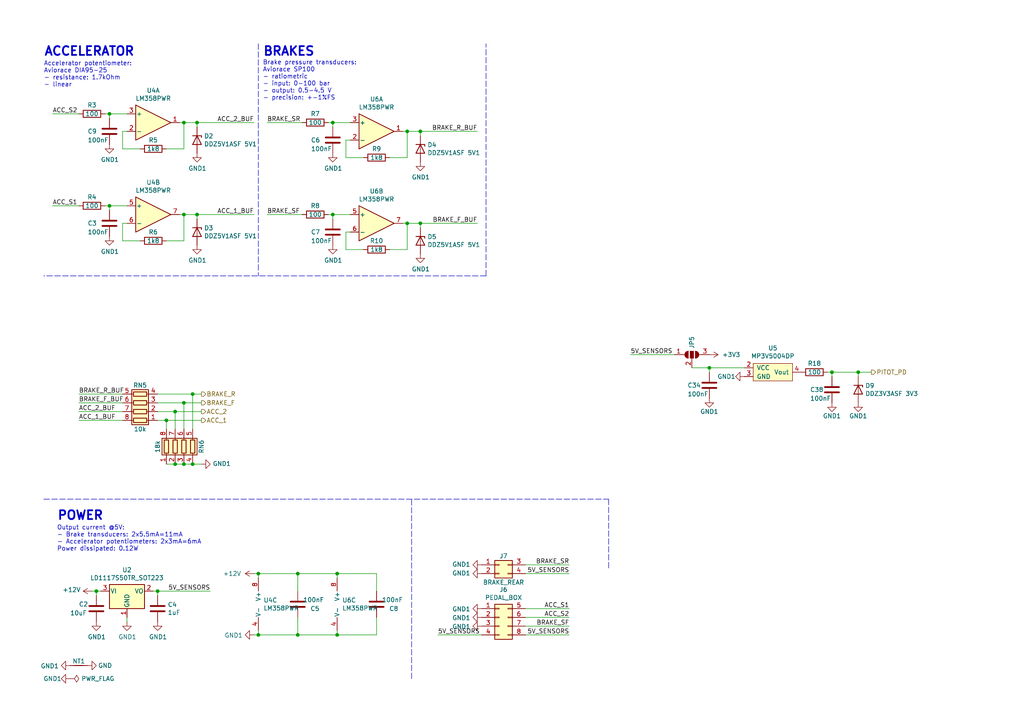
<source format=kicad_sch>
(kicad_sch (version 20211123) (generator eeschema)
  (paper "A4")
  (title_block (title "DAS+ECU") (date "2022-01-10") (rev "v1.0") (company "E-Agle TRT") (comment 1 "Filippo Volpe"))
  (lib_symbols
    (symbol "Amplifier_Operational:LM358" (pin_names (offset 0.127))
      (property "Reference" "U" (at 0 5.08 0))
      (property "Value" "LM358" (at 0 -5.08 0))
      (symbol "LM358_1_1"
        (polyline (pts (xy -5.08 5.08) (xy 5.08 0) (xy -5.08 -5.08) (xy -5.08 5.08)) (stroke (width 0.254)) (fill (type background)))
        (pin output line (at 7.62 0 180) (length 2.54) (name "~") (number "1"))
        (pin input line (at -7.62 -2.54 0) (length 2.54) (name "-") (number "2"))
        (pin input line (at -7.62 2.54 0) (length 2.54) (name "+") (number "3"))
      )
      (symbol "LM358_2_1"
        (polyline (pts (xy -5.08 5.08) (xy 5.08 0) (xy -5.08 -5.08) (xy -5.08 5.08)) (stroke (width 0.254)) (fill (type background)))
        (pin input line (at -7.62 2.54 0) (length 2.54) (name "+") (number "5"))
        (pin input line (at -7.62 -2.54 0) (length 2.54) (name "-") (number "6"))
        (pin output line (at 7.62 0 180) (length 2.54) (name "~") (number "7"))
      )
      (symbol "LM358_3_1"
        (pin power_in line (at -2.54 -7.62 90) (length 3.81) (name "V-") (number "4"))
        (pin power_in line (at -2.54 7.62 270) (length 3.81) (name "V+") (number "8"))
      )
    )
    (symbol "Connector_Generic:Conn_02x02_Top_Bottom" (pin_names (offset 1.016) hide)
      (property "Reference" "J" (at 1.27 2.54 0))
      (property "Value" "Conn_02x02_Top_Bottom" (at 1.27 -5.08 0))
      (symbol "Conn_02x02_Top_Bottom_1_1"
        (rectangle (start -1.27 -2.413) (end 0 -2.667) (stroke (width 0.1524)))
        (rectangle (start -1.27 0.127) (end 0 -0.127) (stroke (width 0.1524)))
        (rectangle (start -1.27 1.27) (end 3.81 -3.81) (stroke (width 0.254)) (fill (type background)))
        (rectangle (start 3.81 -2.413) (end 2.54 -2.667) (stroke (width 0.1524)))
        (rectangle (start 3.81 0.127) (end 2.54 -0.127) (stroke (width 0.1524)))
        (pin passive line (at -5.08 0 0) (length 3.81) (name "Pin_1") (number "1"))
        (pin passive line (at -5.08 -2.54 0) (length 3.81) (name "Pin_2") (number "2"))
        (pin passive line (at 7.62 0 180) (length 3.81) (name "Pin_3") (number "3"))
        (pin passive line (at 7.62 -2.54 180) (length 3.81) (name "Pin_4") (number "4"))
      )
    )
    (symbol "Connector_Generic:Conn_02x04_Top_Bottom" (pin_names (offset 1.016) hide)
      (property "Reference" "J" (at 1.27 5.08 0))
      (property "Value" "Conn_02x04_Top_Bottom" (at 1.27 -7.62 0))
      (symbol "Conn_02x04_Top_Bottom_1_1"
        (rectangle (start -1.27 -4.953) (end 0 -5.207) (stroke (width 0.1524)))
        (rectangle (start -1.27 -2.413) (end 0 -2.667) (stroke (width 0.1524)))
        (rectangle (start -1.27 0.127) (end 0 -0.127) (stroke (width 0.1524)))
        (rectangle (start -1.27 2.667) (end 0 2.413) (stroke (width 0.1524)))
        (rectangle (start -1.27 3.81) (end 3.81 -6.35) (stroke (width 0.254)) (fill (type background)))
        (rectangle (start 3.81 -4.953) (end 2.54 -5.207) (stroke (width 0.1524)))
        (rectangle (start 3.81 -2.413) (end 2.54 -2.667) (stroke (width 0.1524)))
        (rectangle (start 3.81 0.127) (end 2.54 -0.127) (stroke (width 0.1524)))
        (rectangle (start 3.81 2.667) (end 2.54 2.413) (stroke (width 0.1524)))
        (pin passive line (at -5.08 2.54 0) (length 3.81) (name "Pin_1") (number "1"))
        (pin passive line (at -5.08 0 0) (length 3.81) (name "Pin_2") (number "2"))
        (pin passive line (at -5.08 -2.54 0) (length 3.81) (name "Pin_3") (number "3"))
        (pin passive line (at -5.08 -5.08 0) (length 3.81) (name "Pin_4") (number "4"))
        (pin passive line (at 7.62 2.54 180) (length 3.81) (name "Pin_5") (number "5"))
        (pin passive line (at 7.62 0 180) (length 3.81) (name "Pin_6") (number "6"))
        (pin passive line (at 7.62 -2.54 180) (length 3.81) (name "Pin_7") (number "7"))
        (pin passive line (at 7.62 -5.08 180) (length 3.81) (name "Pin_8") (number "8"))
      )
    )
    (symbol "Device:C" (pin_numbers hide) (pin_names (offset 0.254))
      (property "Reference" "C" (at 0.635 2.54 0))
      (property "Value" "C" (at 0.635 -2.54 0))
      (symbol "C_0_1"
        (polyline (pts (xy -2.032 -0.762) (xy 2.032 -0.762)) (stroke (width 0.508)))
        (polyline (pts (xy -2.032 0.762) (xy 2.032 0.762)) (stroke (width 0.508)))
      )
      (symbol "C_1_1"
        (pin passive line (at 0 3.81 270) (length 2.794) (name "~") (number "1"))
        (pin passive line (at 0 -3.81 90) (length 2.794) (name "~") (number "2"))
      )
    )
    (symbol "Device:D_Zener" (pin_numbers hide) (pin_names (offset 1.016) hide)
      (property "Reference" "D" (at 0 2.54 0))
      (property "Value" "D_Zener" (at 0 -2.54 0))
      (symbol "D_Zener_0_1"
        (polyline (pts (xy 1.27 0) (xy -1.27 0)))
        (polyline (pts (xy -1.27 -1.27) (xy -1.27 1.27) (xy -0.762 1.27)) (stroke (width 0.254)))
        (polyline (pts (xy 1.27 -1.27) (xy 1.27 1.27) (xy -1.27 0) (xy 1.27 -1.27)) (stroke (width 0.254)))
      )
      (symbol "D_Zener_1_1"
        (pin passive line (at -3.81 0 0) (length 2.54) (name "K") (number "1"))
        (pin passive line (at 3.81 0 180) (length 2.54) (name "A") (number "2"))
      )
    )
    (symbol "Device:Net-Tie_2" (pin_numbers hide) (pin_names (offset 0) hide)
      (property "Reference" "NT" (at 0 1.27 0))
      (property "Value" "Device_Net-Tie_2" (at 0 -1.27 0))
      (symbol "Net-Tie_2_0_1"
        (polyline (pts (xy -1.27 0) (xy 1.27 0)) (stroke (width 0.254)))
      )
      (symbol "Net-Tie_2_1_1"
        (pin passive line (at -2.54 0 0) (length 2.54) (name "1") (number "1"))
        (pin passive line (at 2.54 0 180) (length 2.54) (name "2") (number "2"))
      )
    )
    (symbol "Device:R" (pin_numbers hide) (pin_names (offset 0))
      (property "Reference" "R" (at 2.032 0 90))
      (property "Value" "R" (at 0 0 90))
      (symbol "R_0_1"
        (rectangle (start -1.016 -2.54) (end 1.016 2.54) (stroke (width 0.254)))
      )
      (symbol "R_1_1"
        (pin passive line (at 0 3.81 270) (length 1.27) (name "~") (number "1"))
        (pin passive line (at 0 -3.81 90) (length 1.27) (name "~") (number "2"))
      )
    )
    (symbol "Device:R_Pack04" (pin_names (offset 0) hide)
      (property "Reference" "RN" (at -7.62 0 90))
      (property "Value" "R_Pack04" (at 5.08 0 90))
      (symbol "R_Pack04_0_1"
        (rectangle (start -6.35 -2.413) (end 3.81 2.413) (stroke (width 0.254)) (fill (type background)))
        (rectangle (start -5.715 1.905) (end -4.445 -1.905) (stroke (width 0.254)))
        (rectangle (start -3.175 1.905) (end -1.905 -1.905) (stroke (width 0.254)))
        (rectangle (start -0.635 1.905) (end 0.635 -1.905) (stroke (width 0.254)))
        (polyline (pts (xy -5.08 -2.54) (xy -5.08 -1.905)))
        (polyline (pts (xy -5.08 1.905) (xy -5.08 2.54)))
        (polyline (pts (xy -2.54 -2.54) (xy -2.54 -1.905)))
        (polyline (pts (xy -2.54 1.905) (xy -2.54 2.54)))
        (polyline (pts (xy 0 -2.54) (xy 0 -1.905)))
        (polyline (pts (xy 0 1.905) (xy 0 2.54)))
        (polyline (pts (xy 2.54 -2.54) (xy 2.54 -1.905)))
        (polyline (pts (xy 2.54 1.905) (xy 2.54 2.54)))
        (rectangle (start 1.905 1.905) (end 3.175 -1.905) (stroke (width 0.254)))
      )
      (symbol "R_Pack04_1_1"
        (pin passive line (at -5.08 -5.08 90) (length 2.54) (name "R1.1") (number "1"))
        (pin passive line (at -2.54 -5.08 90) (length 2.54) (name "R2.1") (number "2"))
        (pin passive line (at 0 -5.08 90) (length 2.54) (name "R3.1") (number "3"))
        (pin passive line (at 2.54 -5.08 90) (length 2.54) (name "R4.1") (number "4"))
        (pin passive line (at 2.54 5.08 270) (length 2.54) (name "R4.2") (number "5"))
        (pin passive line (at 0 5.08 270) (length 2.54) (name "R3.2") (number "6"))
        (pin passive line (at -2.54 5.08 270) (length 2.54) (name "R2.2") (number "7"))
        (pin passive line (at -5.08 5.08 270) (length 2.54) (name "R1.2") (number "8"))
      )
    )
    (symbol "Eagle_Main:MP3V5004DP" (pin_names (offset 1.016))
      (property "Reference" "U" (at 0 0 0))
      (property "Value" "MP3V5004DP" (at 0 0 0))
      (symbol "MP3V5004DP_0_1"
        (rectangle (start -5.08 -1.27) (end 6.35 -6.35) (fill (type background)))
      )
      (symbol "MP3V5004DP_1_1"
        (pin power_in line (at -7.62 -2.54 0) (length 2.54) (name "VCC") (number "2"))
        (pin passive line (at -7.62 -5.08 0) (length 2.54) (name "GND") (number "3"))
        (pin output line (at 8.89 -3.81 180) (length 2.54) (name "Vout") (number "4"))
      )
    )
    (symbol "Jumper:SolderJumper_3_Open" (pin_names (offset 0) hide)
      (property "Reference" "JP" (at -2.54 -2.54 0))
      (property "Value" "SolderJumper_3_Open" (at 0 2.794 0))
      (symbol "SolderJumper_3_Open_0_1"
        (arc (start -1.016 1.016) (mid -2.032 0) (end -1.016 -1.016))
        (arc (start -1.016 1.016) (mid -2.032 0) (end -1.016 -1.016) (fill (type outline)))
        (rectangle (start -0.508 1.016) (end 0.508 -1.016) (fill (type outline)))
        (polyline (pts (xy -2.54 0) (xy -2.032 0)))
        (polyline (pts (xy -1.016 1.016) (xy -1.016 -1.016)))
        (polyline (pts (xy 0 -1.27) (xy 0 -1.016)))
        (polyline (pts (xy 1.016 1.016) (xy 1.016 -1.016)))
        (polyline (pts (xy 2.54 0) (xy 2.032 0)))
        (arc (start 1.016 -1.016) (mid 2.032 0) (end 1.016 1.016))
        (arc (start 1.016 -1.016) (mid 2.032 0) (end 1.016 1.016) (fill (type outline)))
      )
      (symbol "SolderJumper_3_Open_1_1"
        (pin passive line (at -5.08 0 0) (length 2.54) (name "A") (number "1"))
        (pin input line (at 0 -3.81 90) (length 2.54) (name "C") (number "2"))
        (pin passive line (at 5.08 0 180) (length 2.54) (name "B") (number "3"))
      )
    )
    (symbol "Regulator_Linear:LD1117S50TR_SOT223" (pin_names (offset 0.254))
      (property "Reference" "U" (at -3.81 3.175 0))
      (property "Value" "LD1117S50TR_SOT223" (at 0 3.175 0))
      (symbol "LD1117S50TR_SOT223_0_1"
        (rectangle (start -5.08 -5.08) (end 5.08 1.905) (stroke (width 0.254)) (fill (type background)))
      )
      (symbol "LD1117S50TR_SOT223_1_1"
        (pin power_in line (at 0 -7.62 90) (length 2.54) (name "GND") (number "1"))
        (pin power_out line (at 7.62 0 180) (length 2.54) (name "VO") (number "2"))
        (pin power_in line (at -7.62 0 0) (length 2.54) (name "VI") (number "3"))
      )
    )
    (symbol "power:+12V" (power) (pin_names (offset 0))
      (property "Value" "+12V" (at 0 3.556 0))
      (symbol "+12V_0_1"
        (polyline (pts (xy -0.762 1.27) (xy 0 2.54)))
        (polyline (pts (xy 0 0) (xy 0 2.54)))
        (polyline (pts (xy 0 2.54) (xy 0.762 1.27)))
      )
      (symbol "+12V_1_1"
        (pin power_in line (at 0 0 90) (length 0) hide (name "+12V") (number "1"))
      )
    )
    (symbol "power:+3.3V" (power) (pin_names (offset 0))
      (property "Value" "+3.3V" (at 0 3.556 0))
      (symbol "+3.3V_0_1"
        (polyline (pts (xy -0.762 1.27) (xy 0 2.54)))
        (polyline (pts (xy 0 0) (xy 0 2.54)))
        (polyline (pts (xy 0 2.54) (xy 0.762 1.27)))
      )
      (symbol "+3.3V_1_1"
        (pin power_in line (at 0 0 90) (length 0) hide (name "+3V3") (number "1"))
      )
    )
    (symbol "power:GND" (power) (pin_names (offset 0))
      (property "Value" "GND" (at 0 -3.81 0))
      (symbol "GND_0_1"
        (polyline (pts (xy 0 0) (xy 0 -1.27) (xy 1.27 -1.27) (xy 0 -2.54) (xy -1.27 -1.27) (xy 0 -1.27)))
      )
      (symbol "GND_1_1"
        (pin power_in line (at 0 0 270) (length 0) hide (name "GND") (number "1"))
      )
    )
    (symbol "power:GND1" (power) (pin_names (offset 0))
      (property "Value" "GND1" (at 0 -3.81 0))
      (symbol "GND1_0_1"
        (polyline (pts (xy 0 0) (xy 0 -1.27) (xy 1.27 -1.27) (xy 0 -2.54) (xy -1.27 -1.27) (xy 0 -1.27)))
      )
      (symbol "GND1_1_1"
        (pin power_in line (at 0 0 270) (length 0) hide (name "GND1") (number "1"))
      )
    )
    (symbol "power:PWR_FLAG" (power) (pin_numbers hide) (pin_names (offset 0) hide)
      (property "Value" "PWR_FLAG" (at 0 3.81 0))
      (symbol "PWR_FLAG_0_0"
        (pin power_out line (at 0 0 90) (length 0) (name "pwr") (number "1"))
      )
      (symbol "PWR_FLAG_0_1"
        (polyline (pts (xy 0 0) (xy 0 1.27) (xy -1.016 1.905) (xy 0 2.54) (xy 1.016 1.905) (xy 0 1.27)))
      )
    )
  )
  (junction (at 74.93 166.37))
  (junction (at 31.75 33.02))
  (junction (at 45.72 171.45))
  (junction (at 241.3 107.95))
  (junction (at 96.52 35.56))
  (junction (at 53.34 35.56))
  (junction (at 96.52 62.23))
  (junction (at 50.8 134.62))
  (junction (at 118.11 38.1))
  (junction (at 74.93 184.15))
  (junction (at 248.92 107.95))
  (junction (at 118.11 64.77))
  (junction (at 205.74 106.68))
  (junction (at 53.34 62.23))
  (junction (at 48.26 121.92))
  (junction (at 121.92 64.77))
  (junction (at 121.92 38.1))
  (junction (at 97.79 166.37))
  (junction (at 53.34 116.84))
  (junction (at 86.36 184.15))
  (junction (at 97.79 184.15))
  (junction (at 55.88 134.62))
  (junction (at 86.36 166.37))
  (junction (at 27.94 171.45))
  (junction (at 50.8 119.38))
  (junction (at 31.75 59.69))
  (junction (at 55.88 114.3))
  (junction (at 57.15 62.23))
  (junction (at 57.15 35.56))
  (junction (at 53.34 134.62))
  (wire (pts (xy 26.67 171.45) (xy 27.94 171.45)))
  (wire (pts (xy 200.66 106.68) (xy 205.74 106.68)))
  (wire (pts (xy 57.15 62.23) (xy 53.34 62.23)))
  (wire (pts (xy 95.25 62.23) (xy 96.52 62.23)))
  (wire (pts (xy 100.33 40.64) (xy 101.6 40.64)))
  (wire (pts (xy 36.83 180.34) (xy 36.83 179.07)))
  (wire (pts (xy 40.64 69.85) (xy 35.56 69.85)))
  (wire (pts (xy 45.72 121.92) (xy 48.26 121.92)))
  (polyline (pts (xy 74.93 12.7) (xy 74.93 80.01)))
  (wire (pts (xy 109.22 171.45) (xy 109.22 166.37)))
  (wire (pts (xy 105.41 45.72) (xy 100.33 45.72)))
  (wire (pts (xy 74.93 184.15) (xy 86.36 184.15)))
  (wire (pts (xy 53.34 35.56) (xy 52.07 35.56)))
  (wire (pts (xy 182.88 102.87) (xy 195.58 102.87)))
  (wire (pts (xy 121.92 66.04) (xy 121.92 64.77)))
  (wire (pts (xy 138.43 38.1) (xy 121.92 38.1)))
  (wire (pts (xy 45.72 119.38) (xy 50.8 119.38)))
  (wire (pts (xy 73.66 62.23) (xy 57.15 62.23)))
  (wire (pts (xy 57.15 35.56) (xy 53.34 35.56)))
  (wire (pts (xy 118.11 64.77) (xy 116.84 64.77)))
  (wire (pts (xy 74.93 166.37) (xy 86.36 166.37)))
  (wire (pts (xy 241.3 107.95) (xy 248.92 107.95)))
  (wire (pts (xy 58.42 114.3) (xy 55.88 114.3)))
  (wire (pts (xy 31.75 59.69) (xy 36.83 59.69)))
  (wire (pts (xy 58.42 119.38) (xy 50.8 119.38)))
  (wire (pts (xy 36.83 64.77) (xy 35.56 64.77)))
  (wire (pts (xy 109.22 166.37) (xy 97.79 166.37)))
  (wire (pts (xy 48.26 69.85) (xy 53.34 69.85)))
  (polyline (pts (xy 176.53 144.78) (xy 176.53 165.1)))
  (wire (pts (xy 73.66 166.37) (xy 74.93 166.37)))
  (wire (pts (xy 100.33 72.39) (xy 100.33 67.31)))
  (wire (pts (xy 74.93 167.64) (xy 74.93 166.37)))
  (wire (pts (xy 53.34 43.18) (xy 53.34 35.56)))
  (wire (pts (xy 53.34 134.62) (xy 50.8 134.62)))
  (wire (pts (xy 50.8 119.38) (xy 50.8 124.46)))
  (wire (pts (xy 240.03 107.95) (xy 241.3 107.95)))
  (wire (pts (xy 35.56 69.85) (xy 35.56 64.77)))
  (wire (pts (xy 58.42 116.84) (xy 53.34 116.84)))
  (wire (pts (xy 77.47 35.56) (xy 87.63 35.56)))
  (polyline (pts (xy 140.97 80.01) (xy 12.7 80.01)))
  (wire (pts (xy 27.94 171.45) (xy 29.21 171.45)))
  (wire (pts (xy 73.66 184.15) (xy 74.93 184.15)))
  (wire (pts (xy 127 184.15) (xy 139.7 184.15)))
  (wire (pts (xy 96.52 62.23) (xy 96.52 63.5)))
  (wire (pts (xy 53.34 69.85) (xy 53.34 62.23)))
  (wire (pts (xy 45.72 116.84) (xy 53.34 116.84)))
  (wire (pts (xy 31.75 59.69) (xy 31.75 60.96)))
  (polyline (pts (xy 12.7 144.78) (xy 176.53 144.78)))
  (wire (pts (xy 15.24 33.02) (xy 22.86 33.02)))
  (wire (pts (xy 48.26 121.92) (xy 58.42 121.92)))
  (wire (pts (xy 40.64 43.18) (xy 35.56 43.18)))
  (wire (pts (xy 45.72 171.45) (xy 60.96 171.45)))
  (wire (pts (xy 121.92 39.37) (xy 121.92 38.1)))
  (polyline (pts (xy 140.97 80.01) (xy 140.97 12.7)))
  (wire (pts (xy 118.11 72.39) (xy 118.11 64.77)))
  (wire (pts (xy 109.22 184.15) (xy 109.22 179.07)))
  (wire (pts (xy 53.34 116.84) (xy 53.34 124.46)))
  (wire (pts (xy 205.74 106.68) (xy 215.9 106.68)))
  (wire (pts (xy 97.79 184.15) (xy 109.22 184.15)))
  (wire (pts (xy 121.92 38.1) (xy 118.11 38.1)))
  (wire (pts (xy 97.79 167.64) (xy 97.79 166.37)))
  (wire (pts (xy 113.03 45.72) (xy 118.11 45.72)))
  (wire (pts (xy 97.79 166.37) (xy 86.36 166.37)))
  (wire (pts (xy 86.36 166.37) (xy 86.36 171.45)))
  (polyline (pts (xy 119.38 196.85) (xy 119.38 144.78)))
  (wire (pts (xy 205.74 107.95) (xy 205.74 106.68)))
  (wire (pts (xy 57.15 63.5) (xy 57.15 62.23)))
  (wire (pts (xy 22.86 121.92) (xy 35.56 121.92)))
  (wire (pts (xy 30.48 59.69) (xy 31.75 59.69)))
  (wire (pts (xy 105.41 72.39) (xy 100.33 72.39)))
  (wire (pts (xy 48.26 43.18) (xy 53.34 43.18)))
  (wire (pts (xy 31.75 33.02) (xy 31.75 34.29)))
  (wire (pts (xy 22.86 114.3) (xy 35.56 114.3)))
  (wire (pts (xy 53.34 62.23) (xy 52.07 62.23)))
  (wire (pts (xy 113.03 72.39) (xy 118.11 72.39)))
  (wire (pts (xy 152.4 163.83) (xy 165.1 163.83)))
  (wire (pts (xy 58.42 134.62) (xy 55.88 134.62)))
  (wire (pts (xy 96.52 62.23) (xy 101.6 62.23)))
  (wire (pts (xy 165.1 176.53) (xy 152.4 176.53)))
  (wire (pts (xy 96.52 35.56) (xy 101.6 35.56)))
  (wire (pts (xy 118.11 38.1) (xy 116.84 38.1)))
  (wire (pts (xy 95.25 35.56) (xy 96.52 35.56)))
  (wire (pts (xy 86.36 184.15) (xy 97.79 184.15)))
  (wire (pts (xy 22.86 116.84) (xy 35.56 116.84)))
  (wire (pts (xy 55.88 134.62) (xy 53.34 134.62)))
  (wire (pts (xy 74.93 184.15) (xy 74.93 182.88)))
  (wire (pts (xy 73.66 35.56) (xy 57.15 35.56)))
  (wire (pts (xy 165.1 166.37) (xy 152.4 166.37)))
  (wire (pts (xy 27.94 172.72) (xy 27.94 171.45)))
  (wire (pts (xy 15.24 59.69) (xy 22.86 59.69)))
  (wire (pts (xy 57.15 36.83) (xy 57.15 35.56)))
  (wire (pts (xy 138.43 64.77) (xy 121.92 64.77)))
  (wire (pts (xy 77.47 62.23) (xy 87.63 62.23)))
  (wire (pts (xy 118.11 45.72) (xy 118.11 38.1)))
  (wire (pts (xy 248.92 109.22) (xy 248.92 107.95)))
  (wire (pts (xy 165.1 184.15) (xy 152.4 184.15)))
  (wire (pts (xy 50.8 134.62) (xy 48.26 134.62)))
  (wire (pts (xy 31.75 33.02) (xy 36.83 33.02)))
  (wire (pts (xy 100.33 45.72) (xy 100.33 40.64)))
  (wire (pts (xy 45.72 172.72) (xy 45.72 171.45)))
  (wire (pts (xy 35.56 43.18) (xy 35.56 38.1)))
  (wire (pts (xy 44.45 171.45) (xy 45.72 171.45)))
  (wire (pts (xy 86.36 184.15) (xy 86.36 179.07)))
  (wire (pts (xy 48.26 121.92) (xy 48.26 124.46)))
  (wire (pts (xy 30.48 33.02) (xy 31.75 33.02)))
  (wire (pts (xy 165.1 179.07) (xy 152.4 179.07)))
  (wire (pts (xy 121.92 64.77) (xy 118.11 64.77)))
  (wire (pts (xy 55.88 114.3) (xy 55.88 124.46)))
  (wire (pts (xy 35.56 38.1) (xy 36.83 38.1)))
  (wire (pts (xy 22.86 119.38) (xy 35.56 119.38)))
  (wire (pts (xy 241.3 107.95) (xy 241.3 109.22)))
  (wire (pts (xy 165.1 181.61) (xy 152.4 181.61)))
  (wire (pts (xy 96.52 35.56) (xy 96.52 36.83)))
  (wire (pts (xy 45.72 114.3) (xy 55.88 114.3)))
  (wire (pts (xy 101.6 67.31) (xy 100.33 67.31)))
  (wire (pts (xy 248.92 107.95) (xy 252.73 107.95)))
  (wire (pts (xy 97.79 182.88) (xy 97.79 184.15)))
  (text "BRAKES" (at 76.2 16.51 0) (effects (font (size 2.54 2.54) (thickness 0.508) bold) (justify left bottom)))
  (text "Output current @5V:\n- Brake transducers: 2x5.5mA=11mA\n- Accelerator potentiometers: 2x3mA=6mA\nPower dissipated: 0.12W" (at 16.51 160.02 0) (effects (font (size 1.27 1.27)) (justify left bottom)))
  (text "ACCELERATOR" (at 12.7 16.51 0) (effects (font (size 2.54 2.54) (thickness 0.508) bold) (justify left bottom)))
  (text "Accelerator potentiometer:\nAviorace DIA95-25\n- resistance: 1.7kOhm\n- linear\n" (at 12.7 25.4 0) (effects (font (size 1.27 1.27)) (justify left bottom)))
  (text "POWER" (at 16.51 151.13 0) (effects (font (size 2.54 2.54) (thickness 0.508) bold) (justify left bottom)))
  (text "Brake pressure transducers:\nAviorace SP100\n- ratiometric\n- input: 0-100 bar\n- output: 0.5-4.5 V\n- precision: +-1%FS\n" (at 76.2 29.21 0) (effects (font (size 1.27 1.27)) (justify left bottom)))
  (label "BRAKE_F_BUF" (at 22.86 116.84 0))
  (label "BRAKE_SF" (at 165.1 181.61 180))
  (label "ACC_S1" (at 15.24 59.69 0))
  (label "BRAKE_F_BUF" (at 138.43 64.77 180))
  (label "5V_SENSORS" (at 182.88 102.87 0))
  (label "ACC_S1" (at 165.1 176.53 180))
  (label "BRAKE_SF" (at 77.47 62.23 0))
  (label "ACC_2_BUF" (at 73.66 35.56 180))
  (label "5V_SENSORS" (at 165.1 184.15 180))
  (label "5V_SENSORS" (at 127 184.15 0))
  (label "ACC_1_BUF" (at 22.86 121.92 0))
  (label "5V_SENSORS" (at 60.96 171.45 180))
  (label "BRAKE_SR" (at 165.1 163.83 180))
  (label "ACC_1_BUF" (at 73.66 62.23 180))
  (label "BRAKE_R_BUF" (at 22.86 114.3 0))
  (label "5V_SENSORS" (at 165.1 166.37 180))
  (label "BRAKE_SR" (at 77.47 35.56 0))
  (label "ACC_S2" (at 165.1 179.07 180))
  (label "ACC_S2" (at 15.24 33.02 0))
  (label "BRAKE_R_BUF" (at 138.43 38.1 180))
  (label "ACC_2_BUF" (at 22.86 119.38 0))
  (hierarchical_label "ACC_1" (shape output) (at 58.42 121.92 0))
  (hierarchical_label "PITOT_PD" (shape output) (at 252.73 107.95 0))
  (hierarchical_label "ACC_2" (shape output) (at 58.42 119.38 0))
  (hierarchical_label "BRAKE_R" (shape output) (at 58.42 114.3 0))
  (hierarchical_label "BRAKE_F" (shape output) (at 58.42 116.84 0))
  (symbol (lib_id "Amplifier_Operational:LM358") (at 44.45 62.23 0) (unit 2)
    (property "Reference" "U4" (at 44.45 52.9082 0))
    (property "Value" "LM358PWR" (at 44.45 55.2196 0))
    (property "Footprint" "Package_SO:TSSOP-8_4.4x3mm_P0.65mm" (effects hide))
    (property "Datasheet" "http://www.ti.com/lit/ds/symlink/lm2904-n.pdf" (effects hide))
  )
  (symbol (lib_id "Device:R_Pack04") (at 40.64 116.84 90) (unit 1)
    (property "Reference" "RN5" (at 40.64 111.76 90))
    (property "Value" "10k" (at 40.64 124.46 90))
    (property "Footprint" "Resistor_SMD:R_Array_Convex_4x0603" (effects hide))
  )
  (symbol (lib_id "Device:R_Pack04") (at 53.34 129.54 0) (unit 1)
    (property "Reference" "RN6" (at 58.42 129.54 90))
    (property "Value" "18k" (at 45.72 129.54 90))
    (property "Footprint" "Resistor_SMD:R_Array_Convex_4x0603" (effects hide))
  )
  (symbol (lib_id "power:GND1") (at 58.42 134.62 90) (unit 1)
    (property "Reference" "#PWR060" (effects hide))
    (property "Value" "GND1" (at 61.6712 134.493 90) (effects (justify right)))
  )
  (symbol (lib_id "power:GND1") (at 45.72 180.34 0) (unit 1)
    (property "Reference" "#PWR044" (effects hide))
    (property "Value" "GND1" (at 45.847 184.7342 0))
  )
  (symbol (lib_id "power:+12V") (at 26.67 171.45 90) (unit 1)
    (property "Reference" "#PWR038" (effects hide))
    (property "Value" "+12V" (at 23.4188 171.069 90) (effects (justify left)))
  )
  (symbol (lib_id "Regulator_Linear:LD1117S50TR_SOT223") (at 36.83 171.45 0) (unit 1)
    (property "Reference" "U2" (at 36.83 165.3032 0))
    (property "Value" "LD1117S50TR_SOT223" (at 36.83 167.6146 0))
    (property "Footprint" "Package_TO_SOT_SMD:SOT-223-3_TabPin2" (effects hide))
    (property "Datasheet" "http://www.st.com/st-web-ui/static/active/en/resource/technical/document/datasheet/CD00000544.pdf" (effects hide))
  )
  (symbol (lib_id "Device:C") (at 27.94 176.53 0) (unit 1)
    (property "Reference" "C2" (at 22.86 175.26 0) (effects (justify left)))
    (property "Value" "10uF" (at 20.32 177.8 0) (effects (justify left)))
    (property "Footprint" "Capacitor_SMD:C_1206_3216Metric" (effects hide))
  )
  (symbol (lib_id "Device:C") (at 45.72 176.53 0) (unit 1)
    (property "Reference" "C4" (at 48.641 175.3616 0) (effects (justify left)))
    (property "Value" "1uF" (at 48.641 177.673 0) (effects (justify left)))
    (property "Footprint" "Capacitor_SMD:C_0805_2012Metric" (effects hide))
  )
  (symbol (lib_id "power:GND1") (at 36.83 180.34 0) (unit 1)
    (property "Reference" "#PWR043" (effects hide))
    (property "Value" "GND1" (at 36.957 184.7342 0))
  )
  (symbol (lib_id "power:GND1") (at 27.94 180.34 0) (unit 1)
    (property "Reference" "#PWR039" (effects hide))
    (property "Value" "GND1" (at 28.067 184.7342 0))
  )
  (symbol (lib_id "Device:R") (at 26.67 33.02 270) (unit 1)
    (property "Reference" "R3" (at 26.67 30.48 90))
    (property "Value" "100" (at 26.67 33.02 90))
    (property "Footprint" "Resistor_SMD:R_0603_1608Metric" (effects hide))
  )
  (symbol (lib_id "Amplifier_Operational:LM358") (at 44.45 35.56 0) (unit 1)
    (property "Reference" "U4" (at 44.45 26.2382 0))
    (property "Value" "LM358PWR" (at 44.45 28.5496 0))
    (property "Footprint" "Package_SO:TSSOP-8_4.4x3mm_P0.65mm" (effects hide))
    (property "Datasheet" "http://www.ti.com/lit/ds/symlink/lm2904-n.pdf" (effects hide))
  )
  (symbol (lib_id "Device:C") (at 31.75 38.1 0) (unit 1)
    (property "Reference" "C9" (at 25.4 38.1 0) (effects (justify left)))
    (property "Value" "100nF" (at 25.4 40.64 0) (effects (justify left)))
    (property "Footprint" "Capacitor_SMD:C_0603_1608Metric" (effects hide))
  )
  (symbol (lib_id "Amplifier_Operational:LM358") (at 77.47 175.26 0) (unit 3)
    (property "Reference" "U4" (at 76.4032 174.0916 0) (effects (justify left)))
    (property "Value" "LM358PWR" (at 76.4032 176.403 0) (effects (justify left)))
    (property "Footprint" "Package_SO:TSSOP-8_4.4x3mm_P0.65mm" (effects hide))
    (property "Datasheet" "http://www.ti.com/lit/ds/symlink/lm2904-n.pdf" (effects hide))
  )
  (symbol (lib_id "Amplifier_Operational:LM358") (at 100.33 175.26 0) (unit 3)
    (property "Reference" "U6" (at 99.2632 174.0916 0) (effects (justify left)))
    (property "Value" "LM358PWR" (at 99.2632 176.403 0) (effects (justify left)))
    (property "Footprint" "Package_SO:TSSOP-8_4.4x3mm_P0.65mm" (effects hide))
    (property "Datasheet" "http://www.ti.com/lit/ds/symlink/lm2904-n.pdf" (effects hide))
  )
  (symbol (lib_id "power:GND1") (at 20.32 193.04 270) (unit 1)
    (property "Reference" "#PWR037" (effects hide))
    (property "Value" "GND1" (at 17.0688 193.167 90) (effects (justify right)))
  )
  (symbol (lib_id "power:GND") (at 25.4 193.04 90) (unit 1)
    (property "Reference" "#PWR040" (effects hide))
    (property "Value" "GND" (at 30.48 193.04 90))
  )
  (symbol (lib_id "Device:Net-Tie_2") (at 22.86 193.04 0) (unit 1)
    (property "Reference" "NT1" (at 22.86 191.77 0))
    (property "Value" "Net-Tie_2" (effects hide))
    (property "Footprint" "Eagle_Main:connecting_trace_0.6mm" (effects hide))
  )
  (symbol (lib_id "power:GND1") (at 139.7 163.83 270) (mirror x) (unit 1)
    (property "Reference" "#PWR059" (effects hide))
    (property "Value" "GND1" (at 136.4488 163.703 90) (effects (justify right)))
  )
  (symbol (lib_id "Eagle_Main:MP3V5004DP") (at 223.52 104.14 0) (unit 1)
    (property "Reference" "U5" (at 224.155 100.965 0))
    (property "Value" "MP3V5004DP" (at 224.155 103.2764 0))
    (property "Footprint" "Eagle_Main:NXP_CASE_1351-01" (effects hide))
    (property "Datasheet" "https://www.nxp.com/docs/en/data-sheet/MP3V5004G.pdf" (effects hide))
  )
  (symbol (lib_id "power:GND1") (at 215.9 109.22 270) (unit 1)
    (property "Reference" "#PWR0103" (effects hide))
    (property "Value" "GND1" (at 213.36 109.22 90) (effects (justify right)))
  )
  (symbol (lib_id "power:+3.3V") (at 205.74 102.87 270) (unit 1)
    (property "Reference" "#PWR0112" (effects hide))
    (property "Value" "+3.3V" (at 212.09 102.87 90))
  )
  (symbol (lib_id "Device:C") (at 205.74 111.76 0) (unit 1)
    (property "Reference" "C34" (at 199.39 111.76 0) (effects (justify left)))
    (property "Value" "100nF" (at 199.39 114.3 0) (effects (justify left)))
    (property "Footprint" "Capacitor_SMD:C_0603_1608Metric" (effects hide))
  )
  (symbol (lib_id "power:GND1") (at 205.74 115.57 0) (unit 1)
    (property "Reference" "#PWR0114" (effects hide))
    (property "Value" "GND1" (at 205.74 119.38 0))
  )
  (symbol (lib_id "Device:C") (at 241.3 113.03 0) (unit 1)
    (property "Reference" "C38" (at 234.95 113.03 0) (effects (justify left)))
    (property "Value" "100nF" (at 234.95 115.57 0) (effects (justify left)))
    (property "Footprint" "Capacitor_SMD:C_0603_1608Metric" (effects hide))
  )
  (symbol (lib_id "Device:R") (at 236.22 107.95 270) (unit 1)
    (property "Reference" "R18" (at 236.22 105.41 90))
    (property "Value" "100" (at 236.22 107.95 90))
    (property "Footprint" "Resistor_SMD:R_0603_1608Metric" (effects hide))
  )
  (symbol (lib_id "power:GND1") (at 241.3 116.84 0) (unit 1)
    (property "Reference" "#PWR016" (effects hide))
    (property "Value" "GND1" (at 241.3 120.65 0))
  )
  (symbol (lib_id "Device:D_Zener") (at 248.92 113.03 270) (unit 1)
    (property "Reference" "D9" (at 250.952 111.8616 90) (effects (justify left)))
    (property "Value" "DDZ3V3ASF 3V3" (at 250.952 114.173 90) (effects (justify left)))
    (property "Footprint" "Diode_SMD:D_SOD-323F" (effects hide))
  )
  (symbol (lib_id "power:GND1") (at 248.92 116.84 0) (unit 1)
    (property "Reference" "#PWR0113" (effects hide))
    (property "Value" "GND1" (at 248.92 120.65 0))
  )
  (symbol (lib_id "Jumper:SolderJumper_3_Open") (at 200.66 102.87 0) (unit 1)
    (property "Reference" "JP5" (at 200.66 101.1682 90) (effects (justify left)))
    (property "Value" "SolderJumper_3" (effects hide))
    (property "Footprint" "Jumper:SolderJumper-3_P1.3mm_Open_RoundedPad1.0x1.5mm_NumberLabels" (effects hide))
  )
  (symbol (lib_id "Device:R") (at 44.45 43.18 270) (unit 1)
    (property "Reference" "R5" (at 44.45 40.64 90))
    (property "Value" "1k8" (at 44.45 43.18 90))
    (property "Footprint" "Resistor_SMD:R_0603_1608Metric" (effects hide))
  )
  (symbol (lib_id "power:GND1") (at 31.75 41.91 0) (unit 1)
    (property "Reference" "#PWR041" (effects hide))
    (property "Value" "GND1" (at 31.877 46.3042 0))
  )
  (symbol (lib_id "Connector_Generic:Conn_02x04_Top_Bottom") (at 144.78 179.07 0) (unit 1)
    (property "Reference" "J6" (at 146.05 171.0182 0))
    (property "Value" "PEDAL_BOX" (at 146.05 173.3296 0))
    (property "Footprint" "Connector_Molex:Molex_Micro-Fit_3.0_43045-0800_2x04_P3.00mm_Horizontal" (effects hide))
  )
  (symbol (lib_id "power:GND1") (at 139.7 181.61 270) (unit 1)
    (property "Reference" "#PWR056" (effects hide))
    (property "Value" "GND1" (at 136.4488 181.737 90) (effects (justify right)))
  )
  (symbol (lib_id "power:GND1") (at 139.7 179.07 270) (unit 1)
    (property "Reference" "#PWR052" (effects hide))
    (property "Value" "GND1" (at 136.4488 179.197 90) (effects (justify right)))
  )
  (symbol (lib_id "power:GND1") (at 139.7 176.53 270) (unit 1)
    (property "Reference" "#PWR051" (effects hide))
    (property "Value" "GND1" (at 136.4488 176.657 90) (effects (justify right)))
  )
  (symbol (lib_id "power:GND1") (at 20.32 196.85 270) (unit 1)
    (property "Reference" "#PWR0146" (effects hide))
    (property "Value" "GND1" (at 15.24 196.85 90))
  )
  (symbol (lib_id "power:PWR_FLAG") (at 20.32 196.85 270) (unit 1)
    (property "Reference" "#FLG0103" (effects hide))
    (property "Value" "PWR_FLAG" (at 23.5712 196.85 90) (effects (justify left)))
  )
  (symbol (lib_id "Connector_Generic:Conn_02x02_Top_Bottom") (at 144.78 163.83 0) (unit 1)
    (property "Reference" "J7" (at 146.05 161.29 0))
    (property "Value" "BRAKE_REAR" (at 146.05 168.91 0))
    (property "Footprint" "Connector_Molex:Molex_Micro-Fit_3.0_43045-0400_2x02_P3.00mm_Horizontal" (effects hide))
  )
  (symbol (lib_id "Device:R") (at 26.67 59.69 270) (unit 1)
    (property "Reference" "R4" (at 26.67 57.15 90))
    (property "Value" "100" (at 26.67 59.69 90))
    (property "Footprint" "Resistor_SMD:R_0603_1608Metric" (effects hide))
  )
  (symbol (lib_id "Device:C") (at 31.75 64.77 0) (unit 1)
    (property "Reference" "C3" (at 25.4 64.77 0) (effects (justify left)))
    (property "Value" "100nF" (at 25.4 67.31 0) (effects (justify left)))
    (property "Footprint" "Capacitor_SMD:C_0603_1608Metric" (effects hide))
  )
  (symbol (lib_id "power:GND1") (at 31.75 68.58 0) (unit 1)
    (property "Reference" "#PWR042" (effects hide))
    (property "Value" "GND1" (at 31.877 72.9742 0))
  )
  (symbol (lib_id "power:GND1") (at 139.7 166.37 270) (mirror x) (unit 1)
    (property "Reference" "#PWR0137" (effects hide))
    (property "Value" "GND1" (at 136.4488 166.243 90) (effects (justify right)))
  )
  (symbol (lib_id "Device:R") (at 44.45 69.85 270) (unit 1)
    (property "Reference" "R6" (at 44.45 67.31 90))
    (property "Value" "1k8" (at 44.45 69.85 90))
    (property "Footprint" "Resistor_SMD:R_0603_1608Metric" (effects hide))
  )
  (symbol (lib_id "Device:D_Zener") (at 57.15 40.64 270) (unit 1)
    (property "Reference" "D2" (at 59.182 39.4716 90) (effects (justify left)))
    (property "Value" "DDZ5V1ASF 5V1" (at 59.182 41.783 90) (effects (justify left)))
    (property "Footprint" "Diode_SMD:D_SOD-323F" (effects hide))
  )
  (symbol (lib_id "power:+12V") (at 73.66 166.37 90) (unit 1)
    (property "Reference" "#PWR047" (effects hide))
    (property "Value" "+12V" (at 67.31 166.37 90))
  )
  (symbol (lib_id "power:GND1") (at 57.15 44.45 0) (unit 1)
    (property "Reference" "#PWR045" (effects hide))
    (property "Value" "GND1" (at 57.277 48.8442 0))
  )
  (symbol (lib_id "Device:D_Zener") (at 57.15 67.31 270) (unit 1)
    (property "Reference" "D3" (at 59.182 66.1416 90) (effects (justify left)))
    (property "Value" "DDZ5V1ASF 5V1" (at 59.182 68.453 90) (effects (justify left)))
    (property "Footprint" "Diode_SMD:D_SOD-323F" (effects hide))
  )
  (symbol (lib_id "power:GND1") (at 57.15 71.12 0) (unit 1)
    (property "Reference" "#PWR046" (effects hide))
    (property "Value" "GND1" (at 57.277 75.5142 0))
  )
  (symbol (lib_id "power:GND1") (at 73.66 184.15 270) (unit 1)
    (property "Reference" "#PWR048" (effects hide))
    (property "Value" "GND1" (at 70.4088 184.277 90) (effects (justify right)))
  )
  (symbol (lib_id "Device:C") (at 86.36 175.26 180) (unit 1)
    (property "Reference" "C5" (at 92.71 176.53 0) (effects (justify left)))
    (property "Value" "100nF" (at 93.98 173.99 0) (effects (justify left)))
    (property "Footprint" "Capacitor_SMD:C_0603_1608Metric" (effects hide))
  )
  (symbol (lib_id "Device:C") (at 109.22 175.26 180) (unit 1)
    (property "Reference" "C8" (at 115.57 176.53 0) (effects (justify left)))
    (property "Value" "100nF" (at 116.84 173.99 0) (effects (justify left)))
    (property "Footprint" "Capacitor_SMD:C_0603_1608Metric" (effects hide))
  )
  (symbol (lib_id "Amplifier_Operational:LM358") (at 109.22 38.1 0) (unit 1)
    (property "Reference" "U6" (at 109.22 28.7782 0))
    (property "Value" "LM358PWR" (at 109.22 31.0896 0))
    (property "Footprint" "Package_SO:TSSOP-8_4.4x3mm_P0.65mm" (effects hide))
    (property "Datasheet" "http://www.ti.com/lit/ds/symlink/lm2904-n.pdf" (effects hide))
  )
  (symbol (lib_id "Amplifier_Operational:LM358") (at 109.22 64.77 0) (unit 2)
    (property "Reference" "U6" (at 109.22 55.4482 0))
    (property "Value" "LM358PWR" (at 109.22 57.7596 0))
    (property "Footprint" "Package_SO:TSSOP-8_4.4x3mm_P0.65mm" (effects hide))
    (property "Datasheet" "http://www.ti.com/lit/ds/symlink/lm2904-n.pdf" (effects hide))
  )
  (symbol (lib_id "Device:R") (at 91.44 35.56 270) (unit 1)
    (property "Reference" "R7" (at 91.44 33.02 90))
    (property "Value" "100" (at 91.44 35.56 90))
    (property "Footprint" "Resistor_SMD:R_0603_1608Metric" (effects hide))
  )
  (symbol (lib_id "Device:C") (at 96.52 40.64 0) (unit 1)
    (property "Reference" "C6" (at 90.17 40.64 0) (effects (justify left)))
    (property "Value" "100nF" (at 90.17 43.18 0) (effects (justify left)))
    (property "Footprint" "Capacitor_SMD:C_0603_1608Metric" (effects hide))
  )
  (symbol (lib_id "power:GND1") (at 96.52 44.45 0) (unit 1)
    (property "Reference" "#PWR049" (effects hide))
    (property "Value" "GND1" (at 96.647 48.8442 0))
  )
  (symbol (lib_id "Device:R") (at 91.44 62.23 270) (unit 1)
    (property "Reference" "R8" (at 91.44 59.69 90))
    (property "Value" "100" (at 91.44 62.23 90))
    (property "Footprint" "Resistor_SMD:R_0603_1608Metric" (effects hide))
  )
  (symbol (lib_id "Device:C") (at 96.52 67.31 0) (unit 1)
    (property "Reference" "C7" (at 90.17 67.31 0) (effects (justify left)))
    (property "Value" "100nF" (at 90.17 69.85 0) (effects (justify left)))
    (property "Footprint" "Capacitor_SMD:C_0603_1608Metric" (effects hide))
  )
  (symbol (lib_id "power:GND1") (at 96.52 71.12 0) (unit 1)
    (property "Reference" "#PWR050" (effects hide))
    (property "Value" "GND1" (at 96.647 75.5142 0))
  )
  (symbol (lib_id "Device:R") (at 109.22 45.72 270) (unit 1)
    (property "Reference" "R9" (at 109.22 43.18 90))
    (property "Value" "1k8" (at 109.22 45.72 90))
    (property "Footprint" "Resistor_SMD:R_0603_1608Metric" (effects hide))
  )
  (symbol (lib_id "Device:R") (at 109.22 72.39 270) (unit 1)
    (property "Reference" "R10" (at 109.22 69.85 90))
    (property "Value" "1k8" (at 109.22 72.39 90))
    (property "Footprint" "Resistor_SMD:R_0603_1608Metric" (effects hide))
  )
  (symbol (lib_id "Device:D_Zener") (at 121.92 43.18 270) (unit 1)
    (property "Reference" "D4" (at 123.952 42.0116 90) (effects (justify left)))
    (property "Value" "DDZ5V1ASF 5V1" (at 123.952 44.323 90) (effects (justify left)))
    (property "Footprint" "Diode_SMD:D_SOD-323F" (effects hide))
  )
  (symbol (lib_id "power:GND1") (at 121.92 46.99 0) (unit 1)
    (property "Reference" "#PWR057" (effects hide))
    (property "Value" "GND1" (at 122.047 51.3842 0))
  )
  (symbol (lib_id "Device:D_Zener") (at 121.92 69.85 270) (unit 1)
    (property "Reference" "D5" (at 123.952 68.6816 90) (effects (justify left)))
    (property "Value" "DDZ5V1ASF 5V1" (at 123.952 70.993 90) (effects (justify left)))
    (property "Footprint" "Diode_SMD:D_SOD-323F" (effects hide))
  )
  (symbol (lib_id "power:GND1") (at 121.92 73.66 0) (unit 1)
    (property "Reference" "#PWR058" (effects hide))
    (property "Value" "GND1" (at 122.047 78.0542 0))
  )
)
</source>
